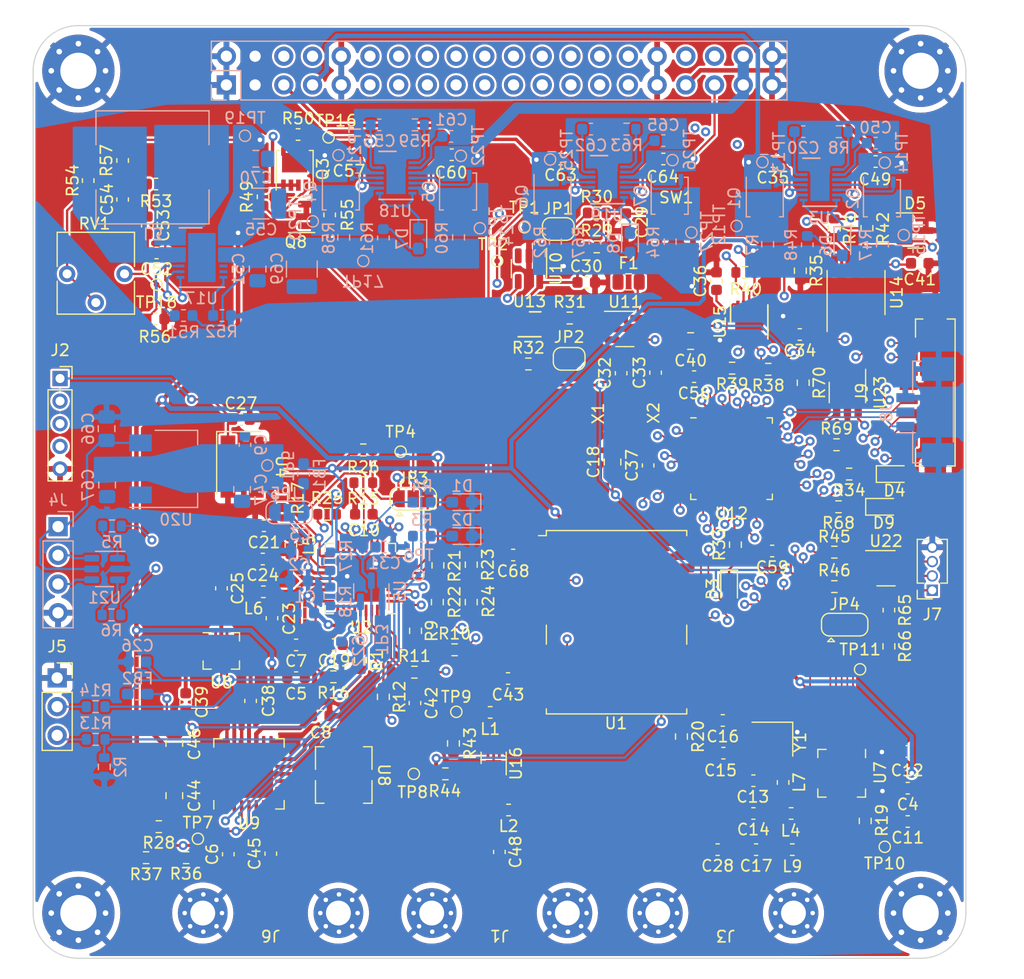
<source format=kicad_pcb>
(kicad_pcb (version 20211014) (generator pcbnew)

  (general
    (thickness 4.69)
  )

  (paper "A4")
  (layers
    (0 "F.Cu" signal)
    (1 "In1.Cu" signal)
    (2 "In2.Cu" signal)
    (31 "B.Cu" signal)
    (32 "B.Adhes" user "B.Adhesive")
    (33 "F.Adhes" user "F.Adhesive")
    (34 "B.Paste" user)
    (35 "F.Paste" user)
    (36 "B.SilkS" user "B.Silkscreen")
    (37 "F.SilkS" user "F.Silkscreen")
    (38 "B.Mask" user)
    (39 "F.Mask" user)
    (40 "Dwgs.User" user "User.Drawings")
    (41 "Cmts.User" user "User.Comments")
    (42 "Eco1.User" user "User.Eco1")
    (43 "Eco2.User" user "User.Eco2")
    (44 "Edge.Cuts" user)
    (45 "Margin" user)
    (46 "B.CrtYd" user "B.Courtyard")
    (47 "F.CrtYd" user "F.Courtyard")
    (48 "B.Fab" user)
    (49 "F.Fab" user)
    (50 "User.1" user)
    (51 "User.2" user)
    (52 "User.3" user)
    (53 "User.4" user)
    (54 "User.5" user)
    (55 "User.6" user)
    (56 "User.7" user)
    (57 "User.8" user)
    (58 "User.9" user)
  )

  (setup
    (stackup
      (layer "F.SilkS" (type "Top Silk Screen"))
      (layer "F.Paste" (type "Top Solder Paste"))
      (layer "F.Mask" (type "Top Solder Mask") (thickness 0.01))
      (layer "F.Cu" (type "copper") (thickness 0.035))
      (layer "dielectric 1" (type "core") (thickness 1.51) (material "FR4") (epsilon_r 4.5) (loss_tangent 0.02))
      (layer "In1.Cu" (type "copper") (thickness 0.035))
      (layer "dielectric 2" (type "prepreg") (thickness 1.51) (material "FR4") (epsilon_r 4.5) (loss_tangent 0.02))
      (layer "In2.Cu" (type "copper") (thickness 0.035))
      (layer "dielectric 3" (type "core") (thickness 1.51) (material "FR4") (epsilon_r 4.5) (loss_tangent 0.02))
      (layer "B.Cu" (type "copper") (thickness 0.035))
      (layer "B.Mask" (type "Bottom Solder Mask") (thickness 0.01))
      (layer "B.Paste" (type "Bottom Solder Paste"))
      (layer "B.SilkS" (type "Bottom Silk Screen"))
      (copper_finish "None")
      (dielectric_constraints no)
    )
    (pad_to_mask_clearance 0)
    (pcbplotparams
      (layerselection 0x00010fc_ffffffff)
      (disableapertmacros false)
      (usegerberextensions false)
      (usegerberattributes true)
      (usegerberadvancedattributes true)
      (creategerberjobfile true)
      (svguseinch false)
      (svgprecision 6)
      (excludeedgelayer true)
      (plotframeref false)
      (viasonmask false)
      (mode 1)
      (useauxorigin false)
      (hpglpennumber 1)
      (hpglpenspeed 20)
      (hpglpendiameter 15.000000)
      (dxfpolygonmode true)
      (dxfimperialunits true)
      (dxfusepcbnewfont true)
      (psnegative false)
      (psa4output false)
      (plotreference true)
      (plotvalue true)
      (plotinvisibletext false)
      (sketchpadsonfab false)
      (subtractmaskfromsilk false)
      (outputformat 1)
      (mirror false)
      (drillshape 1)
      (scaleselection 1)
      (outputdirectory "")
    )
  )

  (net 0 "")
  (net 1 "Net-(C1-Pad1)")
  (net 2 "GND")
  (net 3 "+3V3")
  (net 4 "/OpenLST (Beacon)/PA_VAPC")
  (net 5 "+3V8")
  (net 6 "/OpenLST (Beacon)/VDD_USB_LST")
  (net 7 "Net-(C12-Pad1)")
  (net 8 "Net-(C13-Pad2)")
  (net 9 "Net-(C15-Pad1)")
  (net 10 "Net-(C16-Pad1)")
  (net 11 "Net-(C17-Pad1)")
  (net 12 "Net-(C17-Pad2)")
  (net 13 "/MCU/MCU_POWER")
  (net 14 "Net-(C19-Pad1)")
  (net 15 "/3V3 power share/VCC_EN")
  (net 16 "Net-(C21-Pad2)")
  (net 17 "Net-(C22-Pad1)")
  (net 18 "Net-(C23-Pad2)")
  (net 19 "Net-(C24-Pad1)")
  (net 20 "Net-(C24-Pad2)")
  (net 21 "Net-(C25-Pad2)")
  (net 22 "Net-(C26-Pad1)")
  (net 23 "Net-(C29-Pad1)")
  (net 24 "/3V3 power share/EPS#1")
  (net 25 "Net-(C35-Pad2)")
  (net 26 "Net-(C38-Pad1)")
  (net 27 "Net-(C38-Pad2)")
  (net 28 "Net-(C39-Pad1)")
  (net 29 "Net-(C39-Pad2)")
  (net 30 "/MCU/VREF")
  (net 31 "Net-(C42-Pad1)")
  (net 32 "Net-(C43-Pad1)")
  (net 33 "Net-(C43-Pad2)")
  (net 34 "Net-(C45-Pad1)")
  (net 35 "Net-(C45-Pad2)")
  (net 36 "Net-(C48-Pad1)")
  (net 37 "Net-(C48-Pad2)")
  (net 38 "Net-(C49-Pad1)")
  (net 39 "/3V3 power share/EPS#2")
  (net 40 "Net-(C50-Pad1)")
  (net 41 "VIN")
  (net 42 "Net-(C52-Pad1)")
  (net 43 "Net-(C52-Pad2)")
  (net 44 "Net-(C53-Pad1)")
  (net 45 "Net-(C54-Pad1)")
  (net 46 "/Power Convertor/VBAT1/VCC_EN")
  (net 47 "/Power Convertor/EPS#1_VBAT")
  (net 48 "Net-(C57-Pad2)")
  (net 49 "Net-(C60-Pad1)")
  (net 50 "/Power Convertor/EPS#2_VBAT")
  (net 51 "Net-(C61-Pad1)")
  (net 52 "/5V power share/VCC_EN")
  (net 53 "/5V power share/EPS#1")
  (net 54 "Net-(C63-Pad2)")
  (net 55 "Net-(C64-Pad1)")
  (net 56 "/5V power share/EPS#2")
  (net 57 "Net-(C65-Pad1)")
  (net 58 "/OpenLST (Beacon)/USB_POWER_LST")
  (net 59 "Net-(D1-Pad2)")
  (net 60 "Net-(D2-Pad2)")
  (net 61 "Net-(D3-Pad1)")
  (net 62 "Net-(D4-Pad1)")
  (net 63 "/MCU/CAN_L")
  (net 64 "/MCU/CAN_H")
  (net 65 "Net-(D6-Pad1)")
  (net 66 "Net-(D6-Pad2)")
  (net 67 "Net-(D7-Pad1)")
  (net 68 "Net-(D7-Pad2)")
  (net 69 "Net-(D8-Pad1)")
  (net 70 "Net-(D8-Pad2)")
  (net 71 "Net-(D9-Pad1)")
  (net 72 "Net-(F1-Pad2)")
  (net 73 "Net-(FB1-Pad1)")
  (net 74 "/OpenLST (Beacon)/PROG_DD")
  (net 75 "/OpenLST (Beacon)/PROG_DC")
  (net 76 "/OpenLST (Beacon)/~{LST_RESET}")
  (net 77 "Net-(J4-Pad2)")
  (net 78 "Net-(J4-Pad3)")
  (net 79 "Net-(J5-Pad2)")
  (net 80 "Net-(J5-Pad3)")
  (net 81 "/MCU/USB_POWER")
  (net 82 "Net-(J7-Pad2)")
  (net 83 "Net-(J7-Pad3)")
  (net 84 "/MCU/SWCLK")
  (net 85 "/MCU/SWDIO")
  (net 86 "/MCU/QSPI_D1{slash}CAM_CSN")
  (net 87 "/MCU/QSPI_D2{slash}CAM_MOSI")
  (net 88 "/MCU/QSPI_D3{slash}CAM_MISO")
  (net 89 "/MCU/LED1_QSPI")
  (net 90 "+5V")
  (net 91 "/I2C_SDA")
  (net 92 "/I2C_SCL")
  (net 93 "unconnected-(J12-Pad6)")
  (net 94 "unconnected-(J12-Pad8)")
  (net 95 "unconnected-(J12-Pad11)")
  (net 96 "unconnected-(J12-Pad12)")
  (net 97 "unconnected-(J12-Pad13)")
  (net 98 "unconnected-(J12-Pad14)")
  (net 99 "unconnected-(J12-Pad15)")
  (net 100 "unconnected-(J12-Pad16)")
  (net 101 "unconnected-(J12-Pad17)")
  (net 102 "unconnected-(J12-Pad18)")
  (net 103 "/MCU/RS_485_~{B}")
  (net 104 "/MCU/RS_485_A")
  (net 105 "unconnected-(J12-Pad23)")
  (net 106 "unconnected-(J12-Pad24)")
  (net 107 "/MCU/LED1_CAM")
  (net 108 "/MCU/QSPI_SCK")
  (net 109 "/MCU/QSPI_NCS")
  (net 110 "unconnected-(J12-Pad34)")
  (net 111 "unconnected-(J12-Pad36)")
  (net 112 "Net-(JP1-Pad1)")
  (net 113 "/MCU/NRST")
  (net 114 "Net-(JP2-Pad1)")
  (net 115 "Net-(JP2-Pad2)")
  (net 116 "/OpenLST (Beacon)/RF_EN")
  (net 117 "/OpenLST (Beacon)/RF_EN_MCU")
  (net 118 "/OpenLST (Beacon)/RF_PWR_EN")
  (net 119 "Net-(JP4-Pad3)")
  (net 120 "/MCU/VDD_USB")
  (net 121 "Net-(L3-Pad1)")
  (net 122 "Net-(L3-Pad2)")
  (net 123 "Net-(L4-Pad1)")
  (net 124 "Net-(L4-Pad2)")
  (net 125 "Net-(Q1-Pad5)")
  (net 126 "Net-(Q1-Pad4)")
  (net 127 "Net-(Q2-Pad4)")
  (net 128 "Net-(Q2-Pad5)")
  (net 129 "Net-(Q3-Pad4)")
  (net 130 "Net-(Q3-Pad5)")
  (net 131 "Net-(Q4-Pad5)")
  (net 132 "Net-(Q4-Pad4)")
  (net 133 "Net-(Q5-Pad4)")
  (net 134 "Net-(Q5-Pad5)")
  (net 135 "Net-(Q6-Pad5)")
  (net 136 "Net-(Q6-Pad4)")
  (net 137 "Net-(Q7-Pad4)")
  (net 138 "Net-(Q7-Pad5)")
  (net 139 "/OpenLST (Beacon)/~{LST_RX_MODE}")
  (net 140 "/OpenLST (Beacon)/LST_TX_MODE")
  (net 141 "Net-(R3-Pad2)")
  (net 142 "Net-(R4-Pad2)")
  (net 143 "Net-(R5-Pad1)")
  (net 144 "/OpenLST (Beacon)/USB_N")
  (net 145 "/OpenLST (Beacon)/USB_P")
  (net 146 "Net-(R6-Pad2)")
  (net 147 "Net-(R8-Pad2)")
  (net 148 "Net-(R9-Pad1)")
  (net 149 "/OpenLST (Beacon)/UART0_CTS")
  (net 150 "Net-(R10-Pad1)")
  (net 151 "/OpenLST (Beacon)/UART0_RTS")
  (net 152 "Net-(R11-Pad1)")
  (net 153 "/OpenLST (Beacon)/UART0_RX")
  (net 154 "Net-(R12-Pad1)")
  (net 155 "/OpenLST (Beacon)/UART0_TX")
  (net 156 "Net-(R15-Pad2)")
  (net 157 "Net-(R16-Pad2)")
  (net 158 "Net-(R17-Pad1)")
  (net 159 "Net-(R17-Pad2)")
  (net 160 "Net-(R19-Pad2)")
  (net 161 "/OpenLST (Beacon)/AN0")
  (net 162 "/OpenLST (Beacon)/AN1")
  (net 163 "Net-(R25-Pad2)")
  (net 164 "/OpenLST (Beacon)/RF_BYP")
  (net 165 "Net-(R32-Pad1)")
  (net 166 "/MCU/LED2")
  (net 167 "/MCU/CAN_RS")
  (net 168 "/MCU/RS_485_R_EN")
  (net 169 "/MCU/RS_485_T_EN")
  (net 170 "Net-(R43-Pad2)")
  (net 171 "Net-(R44-Pad1)")
  (net 172 "Net-(R44-Pad2)")
  (net 173 "Net-(R45-Pad1)")
  (net 174 "/MCU/USB_N")
  (net 175 "/MCU/USB_P")
  (net 176 "Net-(R46-Pad2)")
  (net 177 "Net-(R51-Pad2)")
  (net 178 "Net-(R52-Pad1)")
  (net 179 "Net-(R54-Pad2)")
  (net 180 "Net-(R59-Pad2)")
  (net 181 "Net-(R63-Pad2)")
  (net 182 "unconnected-(U1-Pad1)")
  (net 183 "unconnected-(U1-Pad3)")
  (net 184 "/GPS Module/IRQ")
  (net 185 "unconnected-(U1-Pad5)")
  (net 186 "unconnected-(U1-Pad6)")
  (net 187 "/GPS Module/RESET")
  (net 188 "unconnected-(U1-Pad15)")
  (net 189 "unconnected-(U1-Pad16)")
  (net 190 "unconnected-(U1-Pad17)")
  (net 191 "/GPS Module/TXD")
  (net 192 "/GPS Module/RXD")
  (net 193 "unconnected-(U2-Pad8)")
  (net 194 "unconnected-(U2-Pad18)")
  (net 195 "unconnected-(U2-Pad20)")
  (net 196 "/MCU/NRF_CE")
  (net 197 "/MCU/NRF_SPI_CSN")
  (net 198 "/MCU/NRF_SPI_SCK")
  (net 199 "/MCU/NRF_SPI_MOSI")
  (net 200 "/MCU/NRF_SPI_MISO")
  (net 201 "/MCU/NRF_IRQ")
  (net 202 "Net-(U8-Pad2)")
  (net 203 "Net-(U8-Pad6)")
  (net 204 "unconnected-(U9-Pad14)")
  (net 205 "unconnected-(U9-Pad16)")
  (net 206 "unconnected-(U9-Pad25)")
  (net 207 "unconnected-(U10-Pad3)")
  (net 208 "/MCU/WDG_RESET")
  (net 209 "unconnected-(U11-Pad3)")
  (net 210 "unconnected-(U12-Pad1)")
  (net 211 "/MCU/LSE")
  (net 212 "/MCU/HSE")
  (net 213 "/MCU/CAN_RX")
  (net 214 "/MCU/CAN_TX")
  (net 215 "unconnected-(U13-Pad3)")
  (net 216 "/MCU/RS_485_R")
  (net 217 "/MCU/RS_485_T")
  (net 218 "unconnected-(U15-Pad7)")
  (net 219 "unconnected-(X1-Pad1)")
  (net 220 "unconnected-(U6-Pad4)")
  (net 221 "/camera/CAM_VCC")
  (net 222 "Net-(R70-Pad1)")

  (footprint "Capacitor_SMD:C_0805_2012Metric_Pad1.18x1.45mm_HandSolder" (layer "F.Cu") (at 143.1544 71.9044))

  (footprint "TCY_Buttons:KMT031NGJLHS" (layer "F.Cu") (at 141.8844 61.5881))

  (footprint "Resistor_SMD:R_0603_1608Metric" (layer "F.Cu") (at 98.5276 117.602))

  (footprint "Resistor_SMD:R_0603_1608Metric" (layer "F.Cu") (at 158.75 61.9252 -90))

  (footprint "Package_DFN_QFN:QFN-20-1EP_4x4mm_P0.5mm_EP2.5x2.5mm" (layer "F.Cu") (at 156.5148 110.1344 -90))

  (footprint "MountingHole:MountingHole_3.2mm_M3_Pad_Via" (layer "F.Cu") (at 163.5 122.5))

  (footprint "Resistor_SMD:R_0603_1608Metric" (layer "F.Cu") (at 120.8024 91.7448 90))

  (footprint "Capacitor_SMD:C_0603_1608Metric" (layer "F.Cu") (at 98.4905 103.8352 -90))

  (footprint "Resistor_SMD:R_0603_1608Metric" (layer "F.Cu") (at 147.9804 65.8368 180))

  (footprint "Inductor_SMD:L_0603_1608Metric" (layer "F.Cu") (at 107.7976 89.9668 -90))

  (footprint "Resistor_SMD:R_0603_1608Metric" (layer "F.Cu") (at 121.4628 110.1852))

  (footprint "MountingHole:MountingHole_3.2mm_M3_Pad_Via" (layer "F.Cu") (at 89 48))

  (footprint "Package_TO_SOT_SMD:SOT-23-6" (layer "F.Cu") (at 160.4386 91.9988))

  (footprint "Capacitor_SMD:C_0603_1608Metric" (layer "F.Cu") (at 105.41 88.2396))

  (footprint "Capacitor_SMD:C_0603_1608Metric" (layer "F.Cu") (at 127.4572 90.8304 180))

  (footprint "Capacitor_SMD:C_0603_1608Metric" (layer "F.Cu") (at 152.8064 71.3232 180))

  (footprint "Resistor_SMD:R_0603_1608Metric" (layer "F.Cu") (at 153.1112 75.5904 -90))

  (footprint "Capacitor_SMD:C_0603_1608Metric" (layer "F.Cu") (at 114.2492 87.2236 180))

  (footprint "Inductor_SMD:L_0603_1608Metric" (layer "F.Cu") (at 127.0508 113.3856))

  (footprint "RF_GPS:ublox_NEO" (layer "F.Cu") (at 136.6012 96.774))

  (footprint "Package_TO_SOT_SMD:SOT-23-6_Handsoldering" (layer "F.Cu") (at 157.0228 76.454 -90))

  (footprint "Capacitor_SMD:C_0603_1608Metric" (layer "F.Cu") (at 108.2548 98.7792 180))

  (footprint "Inductor_SMD:L_0603_1608Metric" (layer "F.Cu") (at 105.3344 59.1454 90))

  (footprint "Resistor_SMD:R_0603_1608Metric" (layer "F.Cu") (at 158.5976 114.3508 90))

  (footprint "Jumper:SolderJumper-2_P1.3mm_Open_RoundedPad1.0x1.5mm" (layer "F.Cu") (at 132.4108 73.4753 180))

  (footprint "Capacitor_SMD:C_0603_1608Metric" (layer "F.Cu") (at 118.7704 103.9238 90))

  (footprint "Jumper:SolderJumper-2_P1.3mm_Open_RoundedPad1.0x1.5mm" (layer "F.Cu") (at 131.4456 61.9945))

  (footprint "Inductor_SMD:L_0603_1608Metric" (layer "F.Cu") (at 95.8596 58.0136))

  (footprint "Capacitor_SMD:C_0603_1608Metric" (layer "F.Cu") (at 133.9218 66.7189))

  (footprint "Capacitor_SMD:C_0603_1608Metric" (layer "F.Cu") (at 127 101.7524 180))

  (footprint "Jumper:SolderJumper-3_P1.3mm_Open_RoundedPad1.0x1.5mm" (layer "F.Cu") (at 156.781 96.9871))

  (footprint "Capacitor_SMD:C_0603_1608Metric" (layer "F.Cu") (at 148.7046 113.6904))

  (footprint "MountingHole:MountingHole_3.2mm_M3_Pad_Via" (layer "F.Cu") (at 163.5 48))

  (footprint "Resistor_SMD:R_0603_1608Metric" (layer "F.Cu") (at 111.5568 101.6 180))

  (footprint "Resistor_SMD:R_0603_1608Metric" (layer "F.Cu") (at 118.8212 97.536 -90))

  (footprint "Resistor_SMD:R_0603_1608Metric" (layer "F.Cu") (at 134.8492 60.5721))

  (footprint "Resistor_SMD:R_0603_1608Metric" (layer "F.Cu") (at 157.1752 83.6676 180))

  (footprint "Capacitor_SMD:C_0603_1608Metric" (layer "F.Cu") (at 122.0216 55.4228))

  (footprint "TCY_Connector:TestPoint_Pad_D0.5mm" (layer "F.Cu") (at 122.428 104.6988))

  (footprint "Resistor_SMD:R_0603_1608Metric" (layer "F.Cu") (at 123.7488 94.996 90))

  (footprint "Resistor_SMD:R_0603_1608Metric" (layer "F.Cu") (at 115.9764 103.378 -90))

  (footprint "Connector_PinSocket_2.00mm:PinSocket_1x05_P2.00mm_Vertical" (layer "F.Cu") (at 87.376 75.216))

  (footprint "Capacitor_SMD:C_0603_1608Metric" (layer "F.Cu") (at 139.3952 82.9056 90))

  (footprint "Resistor_SMD:R_0603_1608Metric" (layer "F.Cu") (at 155.8666 90.5764 180))

  (footprint "Resistor_SMD:R_0603_1608Metric" (layer "F.Cu") (at 110.998 87.2236))

  (footprint "Resistor_SMD:R_0603_1608Metric" (layer "F.Cu") (at 113.9444 100.1268 90))

  (footprint "footprints:iPEX" (layer "F.Cu") (at 146.25 122.5 180))

  (footprint "Capacitor_SMD:C_0603_1608Metric" (layer "F.Cu") (at 145.542 116.8908 180))

  (footprint "TCY_Connector:TestPoint_Pad_D0.5mm" (layer "F.Cu") (at 158.1404 100.9396))

  (footprint "Capacitor_SMD:C_0603_1608Metric" (layer "F.Cu") (at 162.3568 114.4016 180))

  (footprint "Capacitor_SMD:C_0603_1608Metric" (layer "F.Cu") (at 112.9284 55.4228))

  (footprint "Inductor_SMD:L_0603_1608Metric" (layer "F.Cu") (at 151.3332 110.9472 -90))

  (footprint "Capacitor_SMD:C_0603_1608Metric" (layer "F.Cu") (at 137.414 61.3849 -90))

  (footprint "Capacitor_SMD:C_0603_1608Metric" (layer "F.Cu") (at 159.517223 56.0263))

  (footprint "Resistor_SMD:R_0603_1608Metric" (layer "F.Cu") (at 142.3416 106.8832 90))

  (footprint "Resistor_SMD:R_0603_1608Metric" (layer "F.Cu")
    (tedit 5F68FEEE) (tstamp 5bbc6932-e036-4b4c-8b6a-686539197712)
    (at 120.7516 94.996 90)
    (descr "Resistor SMD 0603 (1608 Metric), square (rectangular) end terminal, IPC_7351 nominal, (Body size source: IPC-SM-782 page 72, https://www.pcb-3d.com/wordpress/wp-content/uploads/ipc-sm-782a_amendment_1_and_2.pdf), generated with kicad-footprint-generator")
    (tags "resistor")
    (property "Manuf" "Yageo")
    (property "ManufPN" "RC0603JR-0710KL")
    (property "Sheetfile" "OpenLST.kicad_sch")
    (property "Sheetname" "OpenLST (Beacon)")
    (property "Supplier" "Digikey")
    (property "SupplierPN" "311-10KGRCT-ND")
    (path "/829b2795-9702-4633-a078-e2998d6d9402/00000000-0000-0000-0000-00005b2c5202")
    (attr smd)
    (fp_text reference "R22" (at 0 1.524 90) (layer "F.SilkS")
      (effects (font (size 1 1) (thickness 0.15)))
      (tstamp d1f66930-de28-435f-92cb-778b95ed7de4)
    )
    (fp_text value "10K" (at 0 1.43 90) (layer "F.Fab")
      (effects (font (size 1 1) (thickness 0.15)))
      (tstamp f899ba07-9201-4eae-a9f8-68d1323601e0)
    )
    (fp_text user "${REFERENCE}" (at 0 0 90) (layer "F.Fab")
      (effects (font (size 0.4 0.4) (thickness 0.06)))
      (tstamp 7318ea41-5f20-45a4-9d16-b40952ba4ef8)
    )
    (fp_line (start -0.237258 0.5225) (end 0.237258 0.5225) (layer "F.SilkS") (width 0.12) (tstamp 5c22ec33-3735-42eb-8050-ff56e7138556))
    (fp_line (start -0.237258 -0.5225) (end 0.237258 -0.5225) (layer "F.SilkS") (width 0.12) (tstamp ba30f4d8-52a8-4e4b-a527-ea4e1ca01d96))
    (fp_line (start 1.48 0.73) (end -1.48 0.73) (layer "F.CrtYd") (width 0.05) (tstamp af5360d6-8780-48b2-b308-763197580c02))
    (fp_line (start -1.48 0.73) (end -1.48 -0.73) (layer "F.CrtYd") (width 0.05) (tstamp cf401aa7-c067-468e-aa1d-6a943808a12a))
    (fp_line (start 1.48 -0.73) (end 1.48 0.73) (layer "F.CrtYd") (width 0.05) (tstamp ddb2abe3-cf38-486e-b7d8-33b4ea486987))
    (fp_line (start -1.48 -0.73) (end 1.48 -0.73) (layer "F.CrtYd") (width 0.05) (tstamp f6f347b7-d64d-4bad-b0d1-d31c54efcf57))
    (fp_line (start -0.8 -0.4125) (end 0.8 -0.4125) (layer "F.Fab") (width 0.1) (tstamp 203ed3d1-5fa5-45d8-a990-ebb6ffca60e2))
    (fp_line (start -0.8 0.4125) (end -0.8 -0.4125) (layer "F.Fab") (width 0.1) (tstamp 2de86dde-1ba6-4500-9110-c783e2d70d44))
    (fp_line (start 0.8 -0.4125) (end 0.8 0.4125) (layer "F.Fab") (width 0.1) (tstamp 7908357b-5a10-4ac1-9e82-3ac0fb2fabc7))
    (fp_line (start 0.8 0.4125) (end -0.8 0.4125) (layer "F.Fab") (width 0.1) (tstamp b932399c-1e18-4768-a243-a3f6b8d2eaa5))
    (pad "1" smd roundrect locked (at -0.825 0 90) (size 0.8 0.95) (layers "F.Cu" "F.Paste" "F.Mask") (round
... [2581301 chars truncated]
</source>
